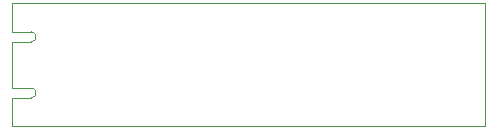
<source format=gbr>
G04 #@! TF.GenerationSoftware,KiCad,Pcbnew,(5.1.7)-1*
G04 #@! TF.CreationDate,2020-11-02T14:52:47+01:00*
G04 #@! TF.ProjectId,Broche lumineuse,42726f63-6865-4206-9c75-6d696e657573,rev?*
G04 #@! TF.SameCoordinates,Original*
G04 #@! TF.FileFunction,Profile,NP*
%FSLAX46Y46*%
G04 Gerber Fmt 4.6, Leading zero omitted, Abs format (unit mm)*
G04 Created by KiCad (PCBNEW (5.1.7)-1) date 2020-11-02 14:52:47*
%MOMM*%
%LPD*%
G01*
G04 APERTURE LIST*
G04 #@! TA.AperFunction,Profile*
%ADD10C,0.100000*%
G04 #@! TD*
G04 APERTURE END LIST*
D10*
X133135000Y-99212000D02*
X133135000Y-97755000D01*
X173135000Y-99212000D02*
X133135000Y-99212000D01*
X173135000Y-88798000D02*
X173135000Y-99212000D01*
X133135000Y-88798000D02*
X173135000Y-88798000D01*
X133135000Y-90255000D02*
X133135000Y-88798000D01*
X133135000Y-96805000D02*
X133135000Y-97755000D01*
X134710000Y-96805000D02*
X133135000Y-96805000D01*
X134710000Y-95955000D02*
X133135000Y-95955000D01*
X133135000Y-92055000D02*
X133135000Y-95955000D01*
X134710000Y-92055000D02*
X133135000Y-92055000D01*
X134710000Y-91205000D02*
X133135000Y-91205000D01*
X133135000Y-90255000D02*
X133135000Y-91205000D01*
X134710000Y-96805000D02*
G75*
G03*
X134710000Y-95955000I0J425000D01*
G01*
X134710000Y-92055000D02*
G75*
G03*
X134710000Y-91205000I0J425000D01*
G01*
M02*

</source>
